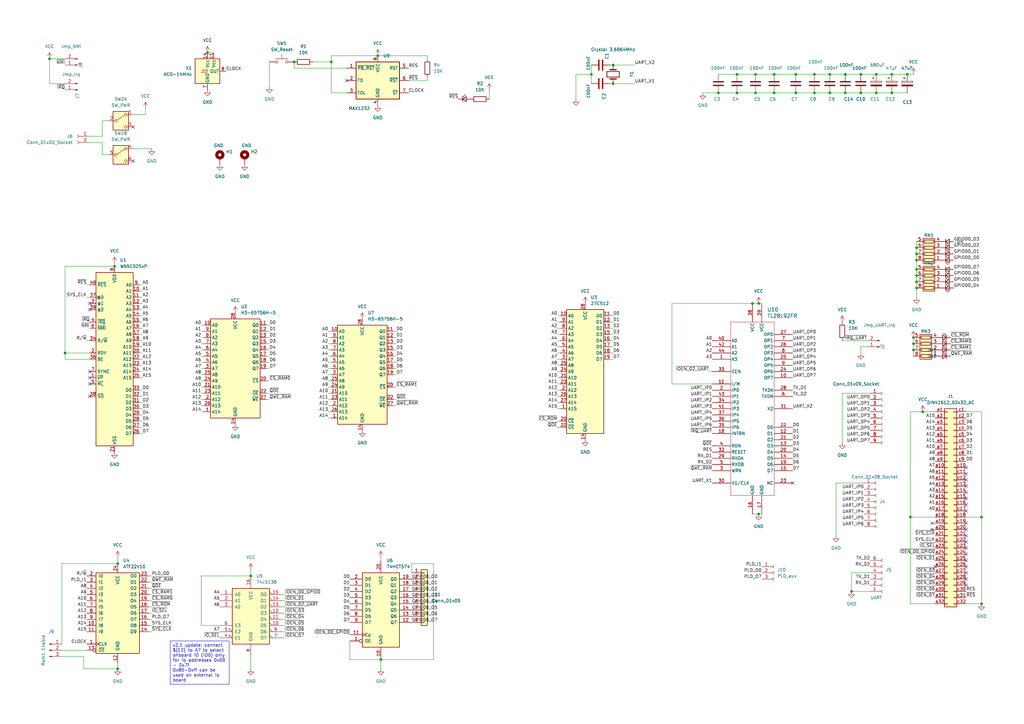
<source format=kicad_sch>
(kicad_sch (version 20230121) (generator eeschema)
  (paper "A3")
  (junction (at 375.92 104.14))
  (junction (at 373.38 212.09))
  (junction (at 326.39 38.1))
  (junction (at 85.09 21.59))
  (junction (at 309.88 30.48))
  (junction (at 48.26 274.32))
  (junction (at 334.01 30.48))
  (junction (at 375.92 110.49))
  (junction (at 340.36 38.1))
  (junction (at 135.89 25.4))
  (junction (at 326.39 30.48))
  (junction (at 302.26 38.1))
  (junction (at 346.71 38.1))
  (junction (at 120.65 25.4))
  (junction (at 374.65 143.51))
  (junction (at 317.5 30.48))
  (junction (at 353.06 30.48))
  (junction (at 365.76 30.48))
  (junction (at 251.46 34.29))
  (junction (at 365.76 38.1))
  (junction (at 156.21 270.51))
  (junction (at 402.59 212.09))
  (junction (at 378.46 168.91))
  (junction (at 375.92 106.68))
  (junction (at 359.41 38.1))
  (junction (at 340.36 30.48))
  (junction (at 311.15 124.46))
  (junction (at 309.88 38.1))
  (junction (at 302.26 30.48))
  (junction (at 374.65 138.43))
  (junction (at 334.01 38.1))
  (junction (at 154.94 22.86))
  (junction (at 375.92 115.57))
  (junction (at 311.15 210.82))
  (junction (at 402.59 247.65))
  (junction (at 317.5 38.1))
  (junction (at 375.92 101.6))
  (junction (at 294.64 38.1))
  (junction (at 20.32 24.13))
  (junction (at 374.65 140.97))
  (junction (at 46.99 109.22))
  (junction (at 346.71 30.48))
  (junction (at 48.26 231.14))
  (junction (at 242.57 30.48))
  (junction (at 102.87 236.22))
  (junction (at 359.41 30.48))
  (junction (at 353.06 38.1))
  (junction (at 375.92 113.03))
  (junction (at 26.67 144.78))
  (junction (at 372.11 30.48))
  (junction (at 251.46 26.67))
  (junction (at 349.25 242.57))
  (junction (at 375.92 118.11))
  (junction (at 308.61 124.46))
  (no_connect (at 396.24 217.17))
  (no_connect (at 396.24 222.25))
  (no_connect (at 396.24 201.93))
  (no_connect (at 325.12 198.12))
  (no_connect (at 382.27 217.17))
  (no_connect (at 36.83 152.4))
  (no_connect (at 396.24 194.31))
  (no_connect (at 396.24 234.95))
  (no_connect (at 396.24 229.87))
  (no_connect (at 382.27 214.63))
  (no_connect (at 396.24 199.39))
  (no_connect (at 36.83 124.46))
  (no_connect (at 36.83 154.94))
  (no_connect (at 383.54 232.41))
  (no_connect (at 36.83 162.56))
  (no_connect (at 396.24 219.71))
  (no_connect (at 396.24 196.85))
  (no_connect (at 396.24 209.55))
  (no_connect (at 54.61 66.04))
  (no_connect (at 396.24 232.41))
  (no_connect (at 396.24 214.63))
  (no_connect (at 54.61 52.07))
  (no_connect (at 396.24 240.03))
  (no_connect (at 396.24 191.77))
  (no_connect (at 36.83 157.48))
  (no_connect (at 396.24 207.01))
  (no_connect (at 36.83 127))
  (no_connect (at 396.24 224.79))
  (no_connect (at 396.24 237.49))
  (no_connect (at 396.24 204.47))
  (no_connect (at 396.24 227.33))
  (no_connect (at 142.24 33.02))
  (wire (pts (xy 135.89 22.86) (xy 154.94 22.86)))
  (wire (pts (xy 317.5 38.1) (xy 326.39 38.1)))
  (wire (pts (xy 110.49 135.89) (xy 109.22 135.89)))
  (wire (pts (xy 26.67 34.29) (xy 20.32 34.29)))
  (wire (pts (xy 342.9 219.71) (xy 342.9 198.12)))
  (wire (pts (xy 334.01 38.1) (xy 340.36 38.1)))
  (wire (pts (xy 228.6 167.64) (xy 229.87 167.64)))
  (wire (pts (xy 58.42 162.56) (xy 57.15 162.56)))
  (wire (pts (xy 260.35 34.29) (xy 251.46 34.29)))
  (wire (pts (xy 46.99 107.95) (xy 46.99 109.22)))
  (wire (pts (xy 275.59 157.48) (xy 275.59 124.46)))
  (wire (pts (xy 58.42 147.32) (xy 57.15 147.32)))
  (wire (pts (xy 82.55 163.83) (xy 83.82 163.83)))
  (wire (pts (xy 292.1 152.4) (xy 290.83 152.4)))
  (wire (pts (xy 134.62 135.89) (xy 135.89 135.89)))
  (wire (pts (xy 309.88 30.48) (xy 317.5 30.48)))
  (wire (pts (xy 116.84 256.54) (xy 115.57 256.54)))
  (wire (pts (xy 334.01 30.48) (xy 340.36 30.48)))
  (wire (pts (xy 110.49 133.35) (xy 109.22 133.35)))
  (wire (pts (xy 58.42 152.4) (xy 57.15 152.4)))
  (wire (pts (xy 340.36 38.1) (xy 346.71 38.1)))
  (wire (pts (xy 167.64 33.02) (xy 175.26 33.02)))
  (wire (pts (xy 302.26 30.48) (xy 309.88 30.48)))
  (wire (pts (xy 110.49 163.83) (xy 109.22 163.83)))
  (wire (pts (xy 228.6 152.4) (xy 229.87 152.4)))
  (wire (pts (xy 143.51 270.51) (xy 156.21 270.51)))
  (wire (pts (xy 82.55 146.05) (xy 83.82 146.05)))
  (wire (pts (xy 175.26 24.13) (xy 175.26 22.86)))
  (wire (pts (xy 154.94 22.86) (xy 175.26 22.86)))
  (wire (pts (xy 177.8 231.14) (xy 177.8 270.51)))
  (wire (pts (xy 58.42 160.02) (xy 57.15 160.02)))
  (wire (pts (xy 375.92 110.49) (xy 375.92 113.03)))
  (wire (pts (xy 58.42 144.78) (xy 57.15 144.78)))
  (wire (pts (xy 168.91 231.14) (xy 177.8 231.14)))
  (wire (pts (xy 156.21 228.6) (xy 156.21 229.87)))
  (wire (pts (xy 228.6 160.02) (xy 229.87 160.02)))
  (wire (pts (xy 311.15 210.82) (xy 312.42 210.82)))
  (wire (pts (xy 35.56 139.7) (xy 36.83 139.7)))
  (wire (pts (xy 135.89 22.86) (xy 135.89 25.4)))
  (wire (pts (xy 134.62 171.45) (xy 135.89 171.45)))
  (wire (pts (xy 359.41 38.1) (xy 365.76 38.1)))
  (wire (pts (xy 120.65 25.4) (xy 120.65 27.94)))
  (wire (pts (xy 82.55 236.22) (xy 102.87 236.22)))
  (wire (pts (xy 82.55 143.51) (xy 83.82 143.51)))
  (wire (pts (xy 116.84 246.38) (xy 115.57 246.38)))
  (wire (pts (xy 116.84 243.84) (xy 115.57 243.84)))
  (wire (pts (xy 228.6 137.16) (xy 229.87 137.16)))
  (wire (pts (xy 228.6 134.62) (xy 229.87 134.62)))
  (wire (pts (xy 373.38 212.09) (xy 373.38 247.65)))
  (wire (pts (xy 375.92 99.06) (xy 375.92 101.6)))
  (wire (pts (xy 251.46 142.24) (xy 250.19 142.24)))
  (wire (pts (xy 346.71 30.48) (xy 353.06 30.48)))
  (wire (pts (xy 162.56 158.75) (xy 161.29 158.75)))
  (wire (pts (xy 110.49 25.4) (xy 110.49 35.56)))
  (wire (pts (xy 134.62 166.37) (xy 135.89 166.37)))
  (wire (pts (xy 110.49 148.59) (xy 109.22 148.59)))
  (wire (pts (xy 58.42 142.24) (xy 57.15 142.24)))
  (wire (pts (xy 353.06 144.78) (xy 353.06 142.24)))
  (wire (pts (xy 110.49 161.29) (xy 109.22 161.29)))
  (wire (pts (xy 62.23 236.22) (xy 60.96 236.22)))
  (wire (pts (xy 82.55 148.59) (xy 83.82 148.59)))
  (wire (pts (xy 48.26 271.78) (xy 48.26 274.32)))
  (wire (pts (xy 82.55 133.35) (xy 83.82 133.35)))
  (wire (pts (xy 82.55 153.67) (xy 83.82 153.67)))
  (wire (pts (xy 177.8 270.51) (xy 156.21 270.51)))
  (wire (pts (xy 402.59 247.65) (xy 396.24 247.65)))
  (wire (pts (xy 110.49 156.21) (xy 109.22 156.21)))
  (wire (pts (xy 162.56 148.59) (xy 161.29 148.59)))
  (wire (pts (xy 251.46 134.62) (xy 250.19 134.62)))
  (wire (pts (xy 228.6 162.56) (xy 229.87 162.56)))
  (wire (pts (xy 228.6 157.48) (xy 229.87 157.48)))
  (wire (pts (xy 294.64 30.48) (xy 302.26 30.48)))
  (wire (pts (xy 25.4 264.16) (xy 25.4 231.14)))
  (wire (pts (xy 26.67 109.22) (xy 46.99 109.22)))
  (wire (pts (xy 162.56 143.51) (xy 161.29 143.51)))
  (wire (pts (xy 378.46 168.91) (xy 383.54 168.91)))
  (wire (pts (xy 110.49 138.43) (xy 109.22 138.43)))
  (wire (pts (xy 373.38 168.91) (xy 378.46 168.91)))
  (wire (pts (xy 62.23 251.46) (xy 60.96 251.46)))
  (wire (pts (xy 308.61 124.46) (xy 311.15 124.46)))
  (wire (pts (xy 128.27 25.4) (xy 135.89 25.4)))
  (wire (pts (xy 162.56 146.05) (xy 161.29 146.05)))
  (wire (pts (xy 345.44 139.7) (xy 355.6 139.7)))
  (wire (pts (xy 228.6 139.7) (xy 229.87 139.7)))
  (wire (pts (xy 110.49 140.97) (xy 109.22 140.97)))
  (wire (pts (xy 58.42 127) (xy 57.15 127)))
  (wire (pts (xy 134.62 138.43) (xy 135.89 138.43)))
  (wire (pts (xy 375.92 104.14) (xy 375.92 106.68)))
  (wire (pts (xy 62.23 254) (xy 60.96 254)))
  (wire (pts (xy 25.4 266.7) (xy 35.56 266.7)))
  (wire (pts (xy 82.55 138.43) (xy 83.82 138.43)))
  (wire (pts (xy 58.42 177.8) (xy 57.15 177.8)))
  (wire (pts (xy 26.67 144.78) (xy 26.67 147.32)))
  (wire (pts (xy 82.55 158.75) (xy 83.82 158.75)))
  (wire (pts (xy 228.6 144.78) (xy 229.87 144.78)))
  (wire (pts (xy 228.6 129.54) (xy 229.87 129.54)))
  (wire (pts (xy 375.92 118.11) (xy 375.92 121.92)))
  (wire (pts (xy 58.42 116.84) (xy 57.15 116.84)))
  (wire (pts (xy 116.84 261.62) (xy 115.57 261.62)))
  (wire (pts (xy 228.6 165.1) (xy 229.87 165.1)))
  (wire (pts (xy 110.49 151.13) (xy 109.22 151.13)))
  (wire (pts (xy 134.62 146.05) (xy 135.89 146.05)))
  (wire (pts (xy 85.09 21.59) (xy 87.63 21.59)))
  (wire (pts (xy 228.6 172.72) (xy 229.87 172.72)))
  (wire (pts (xy 134.62 156.21) (xy 135.89 156.21)))
  (wire (pts (xy 58.42 119.38) (xy 57.15 119.38)))
  (wire (pts (xy 41.91 49.53) (xy 44.45 49.53)))
  (wire (pts (xy 353.06 142.24) (xy 355.6 142.24)))
  (wire (pts (xy 359.41 30.48) (xy 365.76 30.48)))
  (wire (pts (xy 383.54 247.65) (xy 373.38 247.65)))
  (wire (pts (xy 58.42 175.26) (xy 57.15 175.26)))
  (wire (pts (xy 58.42 132.08) (xy 57.15 132.08)))
  (wire (pts (xy 251.46 137.16) (xy 250.19 137.16)))
  (wire (pts (xy 34.29 274.32) (xy 48.26 274.32)))
  (wire (pts (xy 134.62 148.59) (xy 135.89 148.59)))
  (wire (pts (xy 26.67 144.78) (xy 36.83 144.78)))
  (wire (pts (xy 110.49 143.51) (xy 109.22 143.51)))
  (wire (pts (xy 82.55 140.97) (xy 83.82 140.97)))
  (wire (pts (xy 302.26 38.1) (xy 309.88 38.1)))
  (wire (pts (xy 156.21 270.51) (xy 156.21 274.32)))
  (wire (pts (xy 90.17 256.54) (xy 82.55 256.54)))
  (wire (pts (xy 134.62 151.13) (xy 135.89 151.13)))
  (wire (pts (xy 251.46 34.29) (xy 250.19 34.29)))
  (wire (pts (xy 41.91 58.42) (xy 41.91 63.5)))
  (wire (pts (xy 260.35 26.67) (xy 251.46 26.67)))
  (wire (pts (xy 26.67 24.13) (xy 20.32 24.13)))
  (wire (pts (xy 36.83 55.88) (xy 41.91 55.88)))
  (wire (pts (xy 162.56 166.37) (xy 161.29 166.37)))
  (wire (pts (xy 346.71 38.1) (xy 353.06 38.1)))
  (wire (pts (xy 58.42 129.54) (xy 57.15 129.54)))
  (wire (pts (xy 375.92 115.57) (xy 375.92 118.11)))
  (wire (pts (xy 134.62 153.67) (xy 135.89 153.67)))
  (wire (pts (xy 62.23 243.84) (xy 60.96 243.84)))
  (wire (pts (xy 134.62 158.75) (xy 135.89 158.75)))
  (wire (pts (xy 236.22 30.48) (xy 242.57 30.48)))
  (wire (pts (xy 228.6 149.86) (xy 229.87 149.86)))
  (wire (pts (xy 228.6 154.94) (xy 229.87 154.94)))
  (wire (pts (xy 326.39 30.48) (xy 334.01 30.48)))
  (wire (pts (xy 345.44 181.61) (xy 345.44 161.29)))
  (wire (pts (xy 58.42 137.16) (xy 57.15 137.16)))
  (wire (pts (xy 58.42 139.7) (xy 57.15 139.7)))
  (wire (pts (xy 228.6 175.26) (xy 229.87 175.26)))
  (wire (pts (xy 375.92 106.68) (xy 375.92 110.49)))
  (wire (pts (xy 168.91 231.14) (xy 168.91 234.95)))
  (wire (pts (xy 116.84 248.92) (xy 115.57 248.92)))
  (wire (pts (xy 365.76 30.48) (xy 372.11 30.48)))
  (wire (pts (xy 345.44 161.29) (xy 356.87 161.29)))
  (wire (pts (xy 58.42 167.64) (xy 57.15 167.64)))
  (wire (pts (xy 228.6 147.32) (xy 229.87 147.32)))
  (wire (pts (xy 41.91 63.5) (xy 44.45 63.5)))
  (wire (pts (xy 251.46 147.32) (xy 250.19 147.32)))
  (wire (pts (xy 251.46 139.7) (xy 250.19 139.7)))
  (wire (pts (xy 228.6 132.08) (xy 229.87 132.08)))
  (wire (pts (xy 58.42 170.18) (xy 57.15 170.18)))
  (wire (pts (xy 82.55 156.21) (xy 83.82 156.21)))
  (wire (pts (xy 309.88 38.1) (xy 317.5 38.1)))
  (wire (pts (xy 116.84 251.46) (xy 115.57 251.46)))
  (wire (pts (xy 275.59 124.46) (xy 308.61 124.46)))
  (wire (pts (xy 242.57 30.48) (xy 242.57 34.29)))
  (wire (pts (xy 25.4 231.14) (xy 48.26 231.14)))
  (wire (pts (xy 102.87 269.24) (xy 102.87 274.32)))
  (wire (pts (xy 134.62 163.83) (xy 135.89 163.83)))
  (wire (pts (xy 34.29 269.24) (xy 34.29 274.32)))
  (wire (pts (xy 35.56 116.84) (xy 36.83 116.84)))
  (wire (pts (xy 251.46 129.54) (xy 250.19 129.54)))
  (wire (pts (xy 134.62 140.97) (xy 135.89 140.97)))
  (wire (pts (xy 365.76 38.1) (xy 372.11 38.1)))
  (wire (pts (xy 82.55 166.37) (xy 83.82 166.37)))
  (wire (pts (xy 162.56 140.97) (xy 161.29 140.97)))
  (wire (pts (xy 82.55 151.13) (xy 83.82 151.13)))
  (wire (pts (xy 62.23 259.08) (xy 60.96 259.08)))
  (wire (pts (xy 26.67 109.22) (xy 26.67 144.78)))
  (wire (pts (xy 349.25 242.57) (xy 356.87 242.57)))
  (wire (pts (xy 58.42 165.1) (xy 57.15 165.1)))
  (wire (pts (xy 317.5 30.48) (xy 326.39 30.48)))
  (wire (pts (xy 20.32 34.29) (xy 20.32 24.13)))
  (wire (pts (xy 294.64 38.1) (xy 302.26 38.1)))
  (wire (pts (xy 62.23 256.54) (xy 60.96 256.54)))
  (wire (pts (xy 82.55 135.89) (xy 83.82 135.89)))
  (wire (pts (xy 349.25 234.95) (xy 349.25 242.57)))
  (wire (pts (xy 353.06 38.1) (xy 359.41 38.1)))
  (wire (pts (xy 372.11 30.48) (xy 374.65 30.48)))
  (wire (pts (xy 59.69 46.99) (xy 54.61 46.99)))
  (wire (pts (xy 62.23 246.38) (xy 60.96 246.38)))
  (wire (pts (xy 242.57 26.67) (xy 242.57 30.48)))
  (wire (pts (xy 58.42 124.46) (xy 57.15 124.46)))
  (wire (pts (xy 402.59 168.91) (xy 402.59 212.09)))
  (wire (pts (xy 82.55 256.54) (xy 82.55 236.22)))
  (wire (pts (xy 200.66 36.83) (xy 200.66 40.64)))
  (wire (pts (xy 292.1 157.48) (xy 275.59 157.48)))
  (wire (pts (xy 36.83 147.32) (xy 26.67 147.32)))
  (wire (pts (xy 62.23 241.3) (xy 60.96 241.3)))
  (wire (pts (xy 116.84 259.08) (xy 115.57 259.08)))
  (wire (pts (xy 58.42 149.86) (xy 57.15 149.86)))
  (wire (pts (xy 342.9 198.12) (xy 354.33 198.12)))
  (wire (pts (xy 142.24 38.1) (xy 135.89 38.1)))
  (wire (pts (xy 25.4 269.24) (xy 34.29 269.24)))
  (wire (pts (xy 41.91 55.88) (xy 41.91 49.53)))
  (wire (pts (xy 311.15 124.46) (xy 312.42 124.46)))
  (wire (pts (xy 308.61 210.82) (xy 311.15 210.82)))
  (wire (pts (xy 374.65 138.43) (xy 374.65 140.97)))
  (wire (pts (xy 35.56 121.92) (xy 36.83 121.92)))
  (wire (pts (xy 382.27 217.17) (xy 383.54 217.17)))
  (wire (pts (xy 162.56 151.13) (xy 161.29 151.13)))
  (wire (pts (xy 375.92 113.03) (xy 375.92 115.57)))
  (wire (pts (xy 353.06 30.48) (xy 359.41 30.48)))
  (wire (pts (xy 62.23 248.92) (xy 60.96 248.92)))
  (wire (pts (xy 374.65 143.51) (xy 374.65 146.05)))
  (wire (pts (xy 135.89 38.1) (xy 135.89 25.4)))
  (wire (pts (xy 374.65 140.97) (xy 374.65 143.51)))
  (wire (pts (xy 102.87 233.68) (xy 102.87 236.22)))
  (wire (pts (xy 59.69 46.99) (xy 59.69 44.45)))
  (wire (pts (xy 58.42 134.62) (xy 57.15 134.62)))
  (wire (pts (xy 162.56 153.67) (xy 161.29 153.67)))
  (wire (pts (xy 120.65 27.94) (xy 142.24 27.94)))
  (wire (pts (xy 62.23 238.76) (xy 60.96 238.76)))
  (wire (pts (xy 326.39 38.1) (xy 334.01 38.1)))
  (wire (pts (xy 110.49 146.05) (xy 109.22 146.05)))
  (wire (pts (xy 402.59 212.09) (xy 402.59 247.65)))
  (wire (pts (xy 48.26 228.6) (xy 48.26 231.14)))
  (wire (pts (xy 82.55 161.29) (xy 83.82 161.29)))
  (wire (pts (xy 396.24 168.91) (xy 402.59 168.91)))
  (wire (pts (xy 236.22 30.48) (xy 236.22 40.64)))
  (wire (pts (xy 396.24 212.09) (xy 402.59 212.09)))
  (wire (pts (xy 356.87 234.95) (xy 349.25 234.95)))
  (wire (pts (xy 251.46 132.08) (xy 250.19 132.08)))
  (wire (pts (xy 288.29 38.1) (xy 294.64 38.1)))
  (wire (pts (xy 175.26 33.02) (xy 175.26 31.75)))
  (wire (pts (xy 58.42 154.94) (xy 57.15 154.94)))
  (wire (pts (xy 373.38 168.91) (xy 373.38 212.09)))
  (wire (pts (xy 116.84 254) (xy 115.57 254)))
  (wire (pts (xy 82.55 168.91) (xy 83.82 168.91)))
  (wire (pts (xy 58.42 121.92) (xy 57.15 121.92)))
  (wire (pts (xy 251.46 26.67) (xy 250.19 26.67)))
  (wire (pts (xy 58.42 172.72) (xy 57.15 172.72)))
  (wire (pts (xy 373.38 212.09) (xy 383.54 212.09)))
  (wire (pts (xy 134.62 143.51) (xy 135.89 143.51)))
  (wire (pts (xy 36.83 58.42) (xy 41.91 58.42)))
  (wire (pts (xy 134.62 168.91) (xy 135.89 168.91)))
  (wire (pts (xy 340.36 30.48) (xy 346.71 30.48)))
  (wire (pts (xy 143.51 262.89) (xy 143.51 270.51)))
  (wire (pts (xy 134.62 161.29) (xy 135.89 161.29)))
  (wire (pts (xy 382.27 214.63) (xy 383.54 214.63)))
  (wire (pts (xy 228.6 142.24) (xy 229.87 142.24)))
  (wire (pts (xy 375.92 101.6) (xy 375.92 104.14)))
  (wire (pts (xy 162.56 135.89) (xy 161.29 135.89)))
  (wire (pts (xy 251.46 144.78) (xy 250.19 144.78)))
  (wire (pts (xy 162.56 138.43) (xy 161.29 138.43)))
  (wire (pts (xy 54.61 60.96) (xy 62.23 60.96)))
  (wire (pts (xy 162.56 163.83) (xy 161.29 163.83)))
  (text_box "v2.1 update: connect ${E2} to A7 to select onboard IO (IO0) only for io addresses 0x00 - 0x7f\n0x80-0xff can be used on external io board" (at 69.85 262.89 0) (size 24.13 17.78) (effects (font (size 1.27 1.27)) (justify left top)))
  (label "D2" (at 162.56 140.97 0))
  (label "D5" (at 162.56 148.59 0))
  (label "D0" (at 162.56 135.89 0))
  (label "UART_IP5" (at 292.1 172.72 180))
  (label "UART_IP3" (at 354.33 208.28 180))
  (label "D0" (at 325.12 175.26 0))
  (label "D4" (at 162.56 146.05 0))
  (label "SYS_CLK" (at 383.54 222.25 180))
  (label "~{IRQ}" (at 36.83 132.08 180))
  (label "RES" (at 167.64 27.94 0))
  (label "A7" (at 58.42 134.62 0))
  (label "D1" (at 110.49 135.89 0))
  (label "A9" (at 35.56 243.84 180))
  (label "A9" (at 383.54 186.69 180))
  (label "A10" (at 58.42 142.24 0))
  (label "GPIO00_O6" (at 391.16 113.03 0))
  (label "D2" (at 325.12 180.34 0))
  (label "GPIO00_O5" (at 391.16 115.57 0))
  (label "D5" (at 110.49 146.05 0))
  (label "D0" (at 396.24 189.23 0))
  (label "UART_OP5" (at 325.12 149.86 0))
  (label "A14" (at 35.56 256.54 180))
  (label "TX_D2" (at 356.87 229.87 180))
  (label "A10" (at 35.56 246.38 180))
  (label "~{RES}" (at 396.24 245.11 0))
  (label "UART_IP4" (at 292.1 170.18 180))
  (label "RX_D2" (at 356.87 232.41 180))
  (label "~{QOE}" (at 162.56 163.83 0))
  (label "A10" (at 383.54 184.15 180))
  (label "A12" (at 228.6 160.02 180))
  (label "PLD_O0" (at 312.42 234.95 180))
  (label "A13" (at 383.54 176.53 180))
  (label "~{IOEN_03}" (at 383.54 234.95 180))
  (label "A13" (at 228.6 162.56 180))
  (label "GPIO00_O7" (at 168.91 255.27 0))
  (label "A9" (at 82.55 156.21 180))
  (label "A5" (at 383.54 196.85 180))
  (label "D1" (at 58.42 162.56 0))
  (label "A14" (at 134.62 171.45 180))
  (label "UART_IP0" (at 292.1 160.02 180))
  (label "A6" (at 82.55 148.59 180))
  (label "~{IO_SEL}" (at 62.23 251.46 0))
  (label "UART_IP1" (at 292.1 162.56 180))
  (label "A3" (at 228.6 137.16 180))
  (label "GPIO00_O1" (at 391.16 104.14 0))
  (label "A10" (at 82.55 158.75 180))
  (label "D4" (at 58.42 170.18 0))
  (label "UART_IP2" (at 292.1 165.1 180))
  (label "A5" (at 90.17 246.38 180))
  (label "UART_X2" (at 325.12 167.64 0))
  (label "~{QOE}" (at 62.23 241.3 0))
  (label "~{CS_ROM}" (at 389.89 138.43 0))
  (label "UART_IP2" (at 354.33 205.74 180))
  (label "D6" (at 396.24 173.99 0))
  (label "D3" (at 58.42 167.64 0))
  (label "GPIO00_O5" (at 168.91 250.19 0))
  (label "~{CS_RAM1}" (at 389.89 143.51 0))
  (label "D4" (at 251.46 139.7 0))
  (label "GPIO00_O1" (at 168.91 240.03 0))
  (label "UART_X2" (at 260.35 26.67 0))
  (label "UART_OP4" (at 325.12 147.32 0))
  (label "A0" (at 134.62 135.89 180))
  (label "RES" (at 396.24 242.57 0))
  (label "A0" (at 82.55 133.35 180))
  (label "A9" (at 228.6 152.4 180))
  (label "UART_OP6" (at 356.87 179.07 180))
  (label "A13" (at 134.62 168.91 180))
  (label "UART_IP1" (at 354.33 203.2 180))
  (label "A1" (at 292.1 142.24 180))
  (label "A10" (at 228.6 154.94 180))
  (label "~{IOEN_01}" (at 383.54 229.87 180))
  (label "UART_OP0" (at 356.87 163.83 180))
  (label "D4" (at 325.12 185.42 0))
  (label "A1" (at 58.42 119.38 0))
  (label "R{slash}~{W}" (at 35.56 236.22 180))
  (label "D0" (at 251.46 129.54 0))
  (label "~{IRQ_UART}" (at 355.6 139.7 180))
  (label "RX_D2" (at 292.1 190.5 180))
  (label "D5" (at 396.24 176.53 0))
  (label "A2" (at 228.6 134.62 180))
  (label "~{IOEN_05}" (at 383.54 240.03 180))
  (label "A2" (at 383.54 204.47 180))
  (label "A11" (at 35.56 248.92 180))
  (label "PLD_I1" (at 35.56 238.76 180))
  (label "UART_IP6" (at 354.33 215.9 180))
  (label "CLOCK" (at 92.71 29.21 0))
  (label "UART_OP1" (at 356.87 166.37 180))
  (label "A1" (at 228.6 132.08 180))
  (label "~{CS_RAM0}" (at 62.23 246.38 0))
  (label "UART_IP4" (at 354.33 210.82 180))
  (label "A11" (at 134.62 163.83 180))
  (label "D7" (at 110.49 151.13 0))
  (label "~{IOEN_07}" (at 383.54 245.11 180))
  (label "~{QWE_RAM}" (at 110.49 163.83 0))
  (label "~{IOEN_03}" (at 116.84 251.46 0))
  (label "UART_OP7" (at 325.12 154.94 0))
  (label "A3" (at 134.62 143.51 180))
  (label "A7" (at 134.62 153.67 180))
  (label "~{QWE_RAM}" (at 62.23 238.76 0))
  (label "~{IOEN_01}" (at 116.84 246.38 0))
  (label "~{RES}" (at 35.56 116.84 180))
  (label "UART_IP0" (at 354.33 200.66 180))
  (label "A2" (at 292.1 144.78 180))
  (label "~{CS_RAM1}" (at 62.23 243.84 0))
  (label "A14" (at 228.6 165.1 180))
  (label "UART_OP4" (at 356.87 173.99 180))
  (label "SYS_CLK" (at 62.23 256.54 0))
  (label "D6" (at 325.12 190.5 0))
  (label "UART_OP1" (at 325.12 139.7 0))
  (label "~{IOEN_04}" (at 116.84 254 0))
  (label "UART_X1" (at 260.35 34.29 0))
  (label "RX_D1" (at 292.1 187.96 180))
  (label "TX_D1" (at 356.87 237.49 180))
  (label "TX_D2" (at 325.12 162.56 0))
  (label "D6" (at 110.49 148.59 0))
  (label "D3" (at 251.46 137.16 0))
  (label "D1" (at 251.46 132.08 0))
  (label "~{CS_RAM0}" (at 110.49 156.21 0))
  (label "A9" (at 58.42 139.7 0))
  (label "A8" (at 58.42 137.16 0))
  (label "~{IOEN_00_GPIO0}" (at 143.51 260.35 180))
  (label "D7" (at 396.24 171.45 0))
  (label "A0" (at 292.1 139.7 180))
  (label "UART_IP6" (at 292.1 175.26 180))
  (label "D7" (at 251.46 147.32 0))
  (label "SYS_CLK" (at 35.56 121.92 180))
  (label "D5" (at 251.46 142.24 0))
  (label "UART_IP5" (at 354.33 213.36 180))
  (label "CLOCK" (at 35.56 264.16 180))
  (label "D3" (at 110.49 140.97 0))
  (label "D5" (at 58.42 172.72 0))
  (label "~{QWE_RAM}" (at 292.1 193.04 180))
  (label "A3" (at 58.42 124.46 0))
  (label "A2" (at 82.55 138.43 180))
  (label "A3" (at 292.1 147.32 180))
  (label "GPIO00_O3" (at 391.16 99.06 0))
  (label "D7" (at 143.51 255.27 180))
  (label "A11" (at 82.55 161.29 180))
  (label "~{QOE}" (at 110.49 161.29 0))
  (label "PLD_I1" (at 312.42 232.41 180))
  (label "A1" (at 383.54 207.01 180))
  (label "A9" (at 134.62 158.75 180))
  (label "A8" (at 35.56 241.3 180))
  (label "~{IOEN_06}" (at 383.54 242.57 180))
  (label "A14" (at 82.55 168.91 180))
  (label "~{IOEN_02_UART}" (at 116.84 248.92 0))
  (label "~{IOEN_06}" (at 116.84 259.08 0))
  (label "A3" (at 383.54 201.93 180))
  (label "A15" (at 228.6 167.64 180))
  (label "A1" (at 134.62 138.43 180))
  (label "GPIO00_O0" (at 168.91 237.49 0))
  (label "A11" (at 383.54 181.61 180))
  (label "A6" (at 58.42 132.08 0))
  (label "UART_OP2" (at 356.87 168.91 180))
  (label "PLD_O0" (at 62.23 236.22 0))
  (label "UART_OP3" (at 356.87 171.45 180))
  (label "A5" (at 82.55 146.05 180))
  (label "GPIO00_O4" (at 168.91 247.65 0))
  (label "D6" (at 143.51 252.73 180))
  (label "A0" (at 383.54 209.55 180))
  (label "PLD_O7" (at 312.42 237.49 180))
  (label "A6" (at 134.62 151.13 180))
  (label "RES" (at 292.1 185.42 180))
  (label "A4" (at 82.55 143.51 180))
  (label "~{IOEN_00_GPIO0}" (at 383.54 227.33 180))
  (label "A6" (at 90.17 248.92 180))
  (label "A13" (at 58.42 149.86 0))
  (label "~{IOEN_00_GPIO0}" (at 116.84 243.84 0))
  (label "D0" (at 58.42 160.02 0))
  (label "A13" (at 82.55 166.37 180))
  (label "A0" (at 58.42 116.84 0))
  (label "UART_OP3" (at 325.12 144.78 0))
  (label "A15" (at 58.42 154.94 0))
  (label "A4" (at 90.17 243.84 180))
  (label "~{QWE_RAM}" (at 389.89 146.05 0))
  (label "GPIO00_O7" (at 391.16 110.49 0))
  (label "A6" (at 228.6 144.78 180))
  (label "D4" (at 110.49 143.51 0))
  (label "A4" (at 58.42 127 0))
  (label "A6" (at 383.54 194.31 180))
  (label "A15" (at 35.56 259.08 180))
  (label "GPIO00_O4" (at 391.16 118.11 0))
  (label "~{SYS_CLK}" (at 62.23 259.08 0))
  (label "D2" (at 396.24 184.15 0))
  (label "A5" (at 134.62 148.59 180))
  (label "D4" (at 396.24 179.07 0))
  (label "A12" (at 35.56 251.46 180))
  (label "~{IOEN_05}" (at 116.84 256.54 0))
  (label "~{IRQ}" (at 26.67 36.83 180))
  (label "GPIO00_O3" (at 168.91 245.11 0))
  (label "PLD_O7" (at 62.23 254 0))
  (label "A2" (at 134.62 140.97 180))
  (label "A10" (at 134.62 161.29 180))
  (label "GPIO00_O6" (at 168.91 252.73 0))
  (label "~{NMI}" (at 36.83 134.62 180))
  (label "D1" (at 143.51 240.03 180))
  (label "UART_OP6" (at 325.12 152.4 0))
  (label "A13" (at 35.56 254 180))
  (label "A12" (at 383.54 179.07 180))
  (label "GPIO00_O2" (at 168.91 242.57 0))
  (label "GPIO00_O2" (at 391.16 101.6 0))
  (label "A4" (at 134.62 146.05 180))
  (label "A4" (at 228.6 139.7 180))
  (label "D3" (at 325.12 182.88 0))
  (label "D1" (at 396.24 186.69 0))
  (label "CLOCK" (at 167.64 38.1 0))
  (label "A3" (at 82.55 140.97 180))
  (label "A1" (at 82.55 135.89 180))
  (label "~{RES}" (at 187.96 40.64 180))
  (label "UART_X1" (at 292.1 198.12 180))
  (label "UART_OP7" (at 356.87 181.61 180))
  (label "D3" (at 162.56 143.51 0))
  (label "A11" (at 58.42 144.78 0))
  (label "~{QWE_RAM}" (at 162.56 166.37 0))
  (label "D3" (at 396.24 181.61 0))
  (label "A12" (at 82.55 163.83 180))
  (label "A12" (at 134.62 166.37 180))
  (label "D2" (at 251.46 134.62 0))
  (label "~{CS_ROM}" (at 62.23 248.92 0))
  (label "UART_OP2" (at 325.12 142.24 0))
  (label "D1" (at 162.56 138.43 0))
  (label "A11" (at 228.6 157.48 180))
  (label "A7" (at 383.54 191.77 180))
  (label "A5" (at 58.42 129.54 0))
  (label "D2" (at 110.49 138.43 0))
  (label "~{CS_RAM0}" (at 389.89 140.97 0))
  (label "~{IOEN_02_UART}" (at 290.83 152.4 180))
  (label "A4" (at 383.54 199.39 180))
  (label "D6" (at 162.56 151.13 0))
  (label "D2" (at 58.42 165.1 0))
  (label "~{IOEN_07}" (at 116.84 261.62 0))
  (label "D0" (at 110.49 133.35 0))
  (label "D2" (at 143.51 242.57 180))
  (label "D7" (at 162.56 153.67 0))
  (label "GPIO00_O0" (at 391.16 106.68 0))
  (label "~{QOE}" (at 228.6 175.26 180))
  (label "D7" (at 58.42 177.8 0))
  (label "A7" (at 228.6 147.32 180))
  (label "~{IRQ_UART}" (at 292.1 177.8 180))
  (label "RX_D1" (at 356.87 240.03 180))
  (label "D1" (at 325.12 177.8 0))
  (label "D4" (at 143.51 247.65 180))
  (label "A2" (at 58.42 121.92 0))
  (label "A7" (at 90.17 259.08 180))
  (label "A8" (at 82.55 153.67 180))
  (label "~{RES}" (at 167.64 33.02 0))
  (label "D5" (at 325.12 187.96 0))
  (label "A12" (at 58.42 147.32 0))
  (label "UART_IP3" (at 292.1 167.64 180))
  (label "~{CS_ROM}" (at 228.6 172.72 180))
  (label "A8" (at 134.62 156.21 180))
  (label "D5" (at 143.51 250.19 180))
  (label "TX_D1" (at 325.12 160.02 0))
  (label "~{NMI}" (at 26.67 26.67 180))
  (label "D6" (at 58.42 175.26 0))
  (label "A8" (at 383.54 189.23 180))
  (label "A5" (at 228.6 142.24 180))
  (label "A8" (at 228.6 149.86 180))
  (label "~{SYS_CLK}" (at 383.54 219.71 180))
  (label "D0" (at 143.51 237.49 180))
  (label "~{QOE}" (at 292.1 182.88 180))
  (label "UART_OP5" (at 356.87 176.53 180))
  (label "A0" (at 228.6 129.54 180))
  (label "D7" (at 325.12 193.04 0))
  (label "~{IO_SEL}" (at 90.17 261.62 180))
  (label "UART_OP0" (at 325.12 137.16 0))
  (label "A14" (at 383.54 173.99 180))
  (label "~{IO_SEL}" (at 383.54 224.79 180))
  (label "A14" (at 58.42 152.4 0))
  (label "~{CS_RAM1}" (at 162.56 158.75 0))
  (label "D3" (at 143.51 245.11 180))
  (label "D6" (at 251.46 144.78 0))
  (label "A7" (at 82.55 151.13 180))
  (label "~{IOEN_04}" (at 383.54 237.49 180))
  (label "A15" (at 383.54 171.45 180))
  (label "R{slash}~{W}" (at 35.56 139.7 180))
  (symbol (lib_id "Connector:Conn_01x02_Pin") (at 31.75 36.83 180) (unit 1)
    (property "Reference" "J7" (at 31.75 39.37 90))
    (property "Value" "Jmp_Irq" (at 29.21 30.48 0))
    (property "Footprint" "Connector_PinHeader_2.54mm:PinHeader_1x02_P2.54mm_Vertical" (effects hide))
  )
  (symbol (lib_id "Device:C") (at 340.36 34.29 0) (unit 1)
    (property "Reference" "C9" (at 339.725 40.64 0) (effects (justify left)))
    (property "Value" "100nF" (at 337.82 27.94 0) (effects (justify left)))
    (property "Footprint" "Capacitor_SMD:C_0805_2012Metric_Pad1.18x1.45mm_HandSolder" (effects hide))
  )
  (symbol (lib_id "Device:R") (at 196.85 40.64 90) (unit 1)
    (property "Reference" "R2" (at 196.85 34.29 90))
    (property "Value" "10K" (at 196.85 36.83 90))
    (property "Footprint" "Resistor_SMD:R_0805_2012Metric_Pad1.20x1.40mm_HandSolder" (effects hide))
  )
  (symbol (lib_id "power:GND") (at 349.25 242.57 0) (mirror y) (unit 1)
    (property "Reference" "#PWR029" (effects hide))
    (property "Value" "GND" (at 349.25 247.65 0))
  )
  (symbol (lib_id "65xx:W65C02SxP") (at 46.99 147.32 0) (unit 1)
    (property "Reference" "U1" (at 49.1841 106.68 0) (effects (justify left)))
    (property "Value" "W65C02SxP" (at 49.1841 109.22 0) (effects (justify left)))
    (property "Footprint" "Package_DIP:DIP-40_W15.24mm_Socket" (effects hide))
    (property "Datasheet" "http://www.westerndesigncenter.com/wdc/documentation/w65c02s.pdf" (effects hide))
  )
  (symbol (lib_id "Device:LED_Small") (at 388.62 110.49 0) (mirror x) (unit 1)
    (property "Reference" "D8" (effects hide))
    (property "Value" "LED_Small" (effects hide))
    (property "Footprint" "LED_SMD:LED_0805_2012Metric_Pad1.15x1.40mm_HandSolder" (effects hide))
  )
  (symbol (lib_id "power:VCC") (at 85.09 21.59 0) (unit 1)
    (property "Reference" "#PWR022" (effects hide))
    (property "Value" "VCC" (at 85.09 16.51 0))
  )
  (symbol (lib_id "power:GND") (at 96.52 173.99 0) (unit 1)
    (property "Reference" "#PWR08" (effects hide))
    (property "Value" "GND" (at 96.52 179.07 0))
  )
  (symbol (lib_id "Device:C") (at 346.71 34.29 0) (unit 1)
    (property "Reference" "C14" (at 346.075 40.64 0) (effects (justify left)))
    (property "Value" "100nF" (at 344.17 26.67 0) (effects (justify left)))
    (property "Footprint" "Capacitor_SMD:C_0805_2012Metric_Pad1.18x1.45mm_HandSolder" (effects hide))
  )
  (symbol (lib_id "Connector_Generic:Conn_01x09") (at 173.99 245.11 0) (unit 1)
    (property "Reference" "J11" (at 177.165 243.84 0) (effects (justify left)))
    (property "Value" "Conn_01x09" (at 177.165 246.38 0) (effects (justify left)))
    (property "Footprint" "Connector_PinSocket_2.54mm:PinSocket_1x09_P2.54mm_Vertical" (effects hide))
  )
  (symbol (lib_id "power:GND") (at 375.92 121.92 0) (unit 1)
    (property "Reference" "#PWR035" (effects hide))
    (property "Value" "GND" (at 375.92 127 0))
  )
  (symbol (lib_id "power:GND") (at 62.23 60.96 0) (unit 1)
    (property "Reference" "#PWR031" (effects hide))
    (property "Value" "GND" (at 62.23 66.04 0))
  )
  (symbol (lib_id "Device:C") (at 309.88 34.29 0) (unit 1)
    (property "Reference" "C5" (at 309.245 40.64 0) (effects (justify left)))
    (property "Value" "100nF" (at 307.34 27.94 0) (effects (justify left)))
    (property "Footprint" "Capacitor_SMD:C_0805_2012Metric_Pad1.18x1.45mm_HandSolder" (effects hide))
  )
  (symbol (lib_id "power:VCC") (at 374.65 138.43 0) (unit 1)
    (property "Reference" "#PWR036" (effects hide))
    (property "Value" "VCC" (at 374.65 133.35 0))
  )
  (symbol (lib_id "Device:R") (at 345.44 135.89 180) (unit 1)
    (property "Reference" "R3" (at 347.98 132.08 0) (effects (justify right)))
    (property "Value" "10K" (at 347.98 134.62 0) (effects (justify right)))
    (property "Footprint" "Resistor_SMD:R_0805_2012Metric_Pad1.20x1.40mm_HandSolder" (effects hide))
  )
  (symbol (lib_id "Memory_RAM:HM62256BLP") (at 148.59 153.67 0) (unit 1)
    (property "Reference" "U7" (at 150.7841 128.27 0) (effects (justify left)))
    (property "Value" "H3-65756H-5" (at 150.7841 130.81 0) (effects (justify left)))
    (property "Footprint" "Package_DIP:DIP-28_W7.62mm_Socket" (effects hide))
    (property "Datasheet" "https://web.mit.edu/6.115/www/document/62256.pdf" (effects hide))
  )
  (symbol (lib_id "Connector:Conn_01x08_Socket") (at 359.41 205.74 0) (unit 1)
    (property "Reference" "J4" (at 360.68 205.74 0) (effects (justify left)))
    (property "Value" "Conn_01x08_Socket" (at 349.25 195.58 0) (effects (justify left)))
    (property "Footprint" "Connector_PinSocket_2.54mm:PinSocket_1x08_P2.54mm_Vertical" (effects hide))
  )
  (symbol (lib_id "power:GND") (at 110.49 35.56 0) (unit 1)
    (property "Reference" "#PWR020" (effects hide))
    (property "Value" "GND" (at 110.49 40.64 0))
  )
  (symbol (lib_id "power:VCC") (at 20.32 24.13 0) (unit 1)
    (property "Reference" "#PWR030" (effects hide))
    (property "Value" "VCC" (at 20.32 19.05 0))
  )
  (symbol (lib_id "Device:LED_Small") (at 388.62 101.6 0) (mirror x) (unit 1)
    (property "Reference" "D3" (effects hide))
    (property "Value" "LED_Small" (effects hide))
    (property "Footprint" "LED_SMD:LED_0805_2012Metric_Pad1.15x1.40mm_HandSolder" (effects hide))
  )
  (symbol (lib_id "power:GND") (at 240.03 180.34 0) (unit 1)
    (property "Reference" "#PWR09" (effects hide))
    (property "Value" "GND" (at 240.03 185.42 0))
  )
  (symbol (lib_id "power:GND") (at 46.99 185.42 0) (unit 1)
    (property "Reference" "#PWR07" (effects hide))
    (property "Value" "GND" (at 46.99 190.5 0))
  )
  (symbol (lib_id "65xx:osci-14or8") (at 85.09 29.21 0) (unit 1)
    (property "Reference" "X1" (at 78.74 27.94 0) (effects (justify right)))
    (property "Value" "ACO-14MHz" (at 78.74 30.48 0) (effects (justify right)))
    (property "Footprint" "Package_DIP:DIP-14_W7.62mm" (effects hide))
    (property "Datasheet" "http://www.conwin.com/datasheets/cx/cx030.pdf" (effects hide))
  )
  (symbol (lib_id "power:VCC") (at 154.94 22.86 0) (unit 1)
    (property "Reference" "#PWR018" (effects hide))
    (property "Value" "VCC" (at 154.94 17.78 0))
  )
  (symbol (lib_id "Device:C") (at 334.01 34.29 0) (unit 1)
    (property "Reference" "C8" (at 332.105 40.64 0) (effects (justify left)))
    (property "Value" "100nF" (at 331.47 25.4 0) (effects (justify left)))
    (property "Footprint" "Capacitor_SMD:C_0805_2012Metric_Pad1.18x1.45mm_HandSolder" (effects hide))
  )
  (symbol (lib_id "power:VCC") (at 48.26 228.6 0) (unit 1)
    (property "Reference" "#PWR04" (effects hide))
    (property "Value" "VCC" (at 48.26 223.52 0))
  )
  (symbol (lib_id "Device:Crystal") (at 251.46 30.48 90) (unit 1)
    (property "Reference" "Y1" (at 259.08 30.48 0))
    (property "Value" "Crystal 3.6864MHz" (at 251.46 20.32 90))
    (property "Footprint" "Crystal:Crystal_HC49-4H_Vertical" (effects hide))
  )
  (symbol (lib_id "Connector:Conn_01x02_Pin") (at 31.75 26.67 180) (unit 1)
    (property "Reference" "J8" (at 33.02 26.67 90))
    (property "Value" "Jmp_NMI" (at 29.21 19.05 0))
    (property "Footprint" "Connector_PinHeader_2.54mm:PinHeader_1x02_P2.54mm_Vertical" (effects hide))
  )
  (symbol (lib_id "Memory_EPROM:27C512") (at 240.03 152.4 0) (unit 1)
    (property "Reference" "U3" (at 242.2241 121.92 0) (effects (justify left)))
    (property "Value" "27C512" (at 242.2241 124.46 0) (effects (justify left)))
    (property "Footprint" "Package_DIP:DIP-28_W15.24mm_Socket" (effects hide))
    (property "Datasheet" "http://ww1.microchip.com/downloads/en/DeviceDoc/doc0015.pdf" (effects hide))
  )
  (symbol (lib_id "Device:LED_Small") (at 388.62 99.06 0) (mirror x) (unit 1)
    (property "Reference" "D4" (at 393.7 99.06 0))
    (property "Value" "LED_Small" (effects hide))
    (property "Footprint" "LED_SMD:LED_0805_2012Metric_Pad1.15x1.40mm_HandSolder" (effects hide))
  )
  (symbol (lib_id "Connector:Conn_01x02_Pin") (at 360.68 142.24 180) (unit 1)
    (property "Reference" "J2" (at 361.95 142.24 90))
    (property "Value" "Jmp_UART_Irq" (at 360.68 133.35 0))
    (property "Footprint" "Connector_PinSocket_2.54mm:PinSocket_1x02_P2.54mm_Vertical" (effects hide))
  )
  (symbol (lib_id "Device:C") (at 294.64 34.29 0) (unit 1)
    (property "Reference" "C3" (at 292.735 40.64 0) (effects (justify left)))
    (property "Value" "100nF" (at 291.465 27.94 0) (effects (justify left)))
    (property "Footprint" "Capacitor_SMD:C_0805_2012Metric_Pad1.18x1.45mm_HandSolder" (effects hide))
  )
  (symbol (lib_id "Device:C") (at 353.06 34.29 0) (unit 1)
    (property "Reference" "C10" (at 354.965 40.64 0) (effects (justify right)))
    (property "Value" "100nF" (at 355.6 27.94 0) (effects (justify right)))
    (property "Footprint" "Capacitor_SMD:C_0805_2012Metric_Pad1.18x1.45mm_HandSolder" (effects hide))
  )
  (symbol (lib_id "Device:LED_Small") (at 387.35 138.43 0) (mirror y) (unit 1)
    (property "Reference" "D9" (effects hide))
    (property "Value" "LED_Small" (effects hide))
    (property "Footprint" "LED_SMD:LED_0805_2012Metric_Pad1.15x1.40mm_HandSolder" (effects hide))
  )
  (symbol (lib_id "power:VCC") (at 345.44 132.08 0) (unit 1)
    (property "Reference" "#PWR028" (effects hide))
    (property "Value" "VCC" (at 345.44 127 0))
  )
  (symbol (lib_id "74xx:74LS138") (at 102.87 251.46 0) (unit 1)
    (property "Reference" "U5" (at 105.0641 236.22 0) (effects (justify left)))
    (property "Value" "74LS138" (at 105.0641 238.76 0) (effects (justify left)))
    (property "Footprint" "Package_DIP:DIP-16_W7.62mm_Socket" (effects hide))
    (property "Datasheet" "http://www.ti.com/lit/gpn/sn74LS138" (effects hide))
  )
  (symbol (lib_id "Device:R_Pack04") (at 381 113.03 90) (unit 1)
    (property "Reference" "RN2" (at 381 107.95 90))
    (property "Value" "R_Pack04" (effects hide))
    (property "Footprint" "Resistor_SMD:R_Array_Convex_4x0612" (effects hide))
  )
  (symbol (lib_id "power:GND") (at 342.9 219.71 0) (unit 1)
    (property "Reference" "#PWR016" (effects hide))
    (property "Value" "GND" (at 342.9 224.79 0))
  )
  (symbol (lib_id "Device:LED_Small") (at 387.35 143.51 0) (mirror y) (unit 1)
    (property "Reference" "D11" (at 382.27 143.51 0))
    (property "Value" "LED_Small" (effects hide))
    (property "Footprint" "LED_SMD:LED_0805_2012Metric_Pad1.15x1.40mm_HandSolder" (effects hide))
  )
  (symbol (lib_id "power:GND") (at 156.21 274.32 0) (unit 1)
    (property "Reference" "#PWR03" (effects hide))
    (property "Value" "GND" (at 156.21 279.4 0))
  )
  (symbol (lib_id "Device:C") (at 302.26 34.29 0) (unit 1)
    (property "Reference" "C4" (at 300.355 40.64 0) (effects (justify left)))
    (property "Value" "100nF" (at 299.085 27.94 0) (effects (justify left)))
    (property "Footprint" "Capacitor_SMD:C_0805_2012Metric_Pad1.18x1.45mm_HandSolder" (effects hide))
  )
  (symbol (lib_id "Device:C_Polarized") (at 372.11 34.29 0) (unit 1)
    (property "Reference" "C13" (at 370.205 41.91 0) (effects (justify left)))
    (property "Value" "47uF" (at 369.57 27.94 0) (effects (justify left)))
    (property "Footprint" "Capacitor_THT:CP_Radial_D4.0mm_P2.00mm" (effects hide))
  )
  (symbol (lib_id "power:VCC") (at 156.21 228.6 0) (unit 1)
    (property "Reference" "#PWR06" (effects hide))
    (property "Value" "VCC" (at 156.21 223.52 0))
  )
  (symbol (lib_id "Device:R_Pack04") (at 379.73 140.97 90) (unit 1)
    (property "Reference" "RN3" (at 379.73 135.89 90))
    (property "Value" "R_Pack04" (effects hide))
    (property "Footprint" "Resistor_SMD:R_Array_Convex_4x0612" (effects hide))
  )
  (symbol (lib_id "power:VCC") (at 59.69 44.45 0) (unit 1)
    (property "Reference" "#PWR032" (effects hide))
    (property "Value" "VCC" (at 59.69 39.37 0))
  )
  (symbol (lib_id "Device:LED_Small") (at 388.62 118.11 0) (mirror x) (unit 1)
    (property "Reference" "D5" (effects hide))
    (property "Value" "LED_Small" (effects hide))
    (property "Footprint" "LED_SMD:LED_0805_2012Metric_Pad1.15x1.40mm_HandSolder" (effects hide))
  )
  (symbol (lib_id "Device:R") (at 124.46 25.4 90) (unit 1)
    (property "Reference" "R1" (at 124.46 19.05 90))
    (property "Value" "10K" (at 124.46 21.59 90))
    (property "Footprint" "Resistor_SMD:R_0805_2012Metric_Pad1.20x1.40mm_HandSolder" (effects hide))
  )
  (symbol (lib_id "power:VCC") (at 102.87 233.68 0) (unit 1)
    (property "Reference" "#PWR05" (effects hide))
    (property "Value" "VCC" (at 102.87 228.6 0))
  )
  (symbol (lib_id "power:GND") (at 353.06 144.78 0) (unit 1)
    (property "Reference" "#PWR027" (effects hide))
    (property "Value" "GND" (at 353.06 149.86 0))
  )
  (symbol (lib_id "power:VCC") (at 240.03 124.46 0) (unit 1)
    (property "Reference" "#PWR012" (effects hide))
    (property "Value" "VCC" (at 240.03 119.38 0))
  )
  (symbol (lib_id "Connector:Conn_01x06_Socket") (at 361.95 237.49 0) (mirror x) (unit 1)
    (property "Reference" "J5" (at 364.49 233.68 0))
    (property "Value" "UART" (at 359.41 245.11 0))
    (property "Footprint" "Connector_PinSocket_2.54mm:PinSocket_1x06_P2.54mm_Vertical" (effects hide))
  )
  (symbol (lib_id "Device:C") (at 246.38 34.29 270) (unit 1)
    (property "Reference" "C2" (at 247.65 38.1 0) (effects (justify left)))
    (property "Value" "100nF" (at 241.3 34.29 0) (effects (justify left)))
    (property "Footprint" "Capacitor_THT:C_Disc_D4.7mm_W2.5mm_P5.00mm" (effects hide))
  )
  (symbol (lib_id "Connector:Conn_01x03_Socket") (at 317.5 234.95 0) (unit 1)
    (property "Reference" "J10" (at 318.77 233.68 0) (effects (justify left)))
    (property "Value" "PLD_aux" (at 318.77 236.22 0) (effects (justify left)))
    (property "Footprint" "Connector_PinSocket_2.54mm:PinSocket_1x03_P2.54mm_Vertical" (effects hide))
  )
  (symbol (lib_id "power:VCC") (at 200.66 36.83 0) (unit 1)
    (property "Reference" "#PWR037" (effects hide))
    (property "Value" "VCC" (at 200.66 31.75 0))
  )
  (symbol (lib_id "Device:LED_Small") (at 388.62 113.03 0) (mirror x) (unit 1)
    (property "Reference" "D7" (effects hide))
    (property "Value" "LED_Small" (effects hide))
    (property "Footprint" "LED_SMD:LED_0805_2012Metric_Pad1.15x1.40mm_HandSolder" (effects hide))
  )
  (symbol (lib_id "Device:LED_Small") (at 387.35 140.97 0) (mirror y) (unit 1)
    (property "Reference" "D10" (effects hide))
    (property "Value" "LED_Small" (effects hide))
    (property "Footprint" "LED_SMD:LED_0805_2012Metric_Pad1.15x1.40mm_HandSolder" (effects hide))
  )
  (symbol (lib_id "Memory_RAM:HM62256BLP") (at 96.52 151.13 0) (unit 1)
    (property "Reference" "U2" (at 98.7141 125.73 0) (effects (justify left)))
    (property "Value" "H3-65756H-5" (at 98.7141 128.27 0) (effects (justify left)))
    (property "Footprint" "Package_DIP:DIP-28_W7.62mm_Socket" (effects hide))
    (property "Datasheet" "https://web.mit.edu/6.115/www/document/62256.pdf" (effects hide))
  )
  (symbol (lib_id "Connector:Conn_01x03_Pin") (at 20.32 266.7 0) (unit 1)
    (property "Reference" "J9" (at 20.955 259.08 0))
    (property "Value" "Ram1 Enable" (at 17.78 266.7 90))
    (property "Footprint" "Connector_PinHeader_2.54mm:PinHeader_1x03_P2.54mm_Vertical" (effects hide))
  )
  (symbol (lib_id "power:GND") (at 100.33 67.31 0) (unit 1)
    (property "Reference" "#PWR034" (effects hide))
    (property "Value" "GND" (at 100.33 72.39 0))
  )
  (symbol (lib_id "Device:C") (at 317.5 34.29 0) (unit 1)
    (property "Reference" "C6" (at 315.595 40.64 0) (effects (justify left)))
    (property "Value" "100nF" (at 314.96 27.94 0) (effects (justify left)))
    (property "Footprint" "Capacitor_SMD:C_0805_2012Metric_Pad1.18x1.45mm_HandSolder" (effects hide))
  )
  (symbol (lib_id "Mechanical:MountingHole_Pad") (at 90.17 64.77 0) (unit 1)
    (property "Reference" "H1" (at 92.71 62.23 0) (effects (justify left)))
    (property "Value" "GND" (at 87.63 59.69 0) (effects (justify left)))
    (property "Footprint" "MountingHole:MountingHole_3.2mm_M3_DIN965_Pad" (effects hide))
  )
  (symbol (lib_id "Connector:Conn_01x09_Socket") (at 361.95 171.45 0) (unit 1)
    (property "Reference" "J3" (effects hide))
    (property "Value" "Conn_01x09_Socket" (at 341.63 157.48 0) (effects (justify left)))
    (property "Footprint" "Connector_PinSocket_2.54mm:PinSocket_1x09_P2.54mm_Vertical" (effects hide))
  )
  (symbol (lib_id "power:VCC") (at 96.52 128.27 0) (unit 1)
    (property "Reference" "#PWR011" (effects hide))
    (property "Value" "VCC" (at 96.52 123.19 0))
  )
  (symbol (lib_id "Device:LED_Small") (at 388.62 104.14 0) (mirror x) (unit 1)
    (property "Reference" "D2" (effects hide))
    (property "Value" "LED_Small" (effects hide))
    (property "Footprint" "LED_SMD:LED_0805_2012Metric_Pad1.15x1.40mm_HandSolder" (effects hide))
  )
  (symbol (lib_id "power:VCC") (at 46.99 107.95 0) (unit 1)
    (property "Reference" "#PWR010" (effects hide))
    (property "Value" "VCC" (at 46.99 102.87 0))
  )
  (symbol (lib_id "Mechanical:MountingHole_Pad") (at 100.33 64.77 0) (unit 1)
    (property "Reference" "H2" (at 102.87 62.23 0) (effects (justify left)))
    (property "Value" "GND" (at 99.06 59.69 0) (effects (justify left)))
    (property "Footprint" "MountingHole:MountingHole_3.2mm_M3_DIN965_Pad" (effects hide))
  )
  (symbol (lib_id "Device:LED_Small") (at 388.62 115.57 0) (mirror x) (unit 1)
    (property "Reference" "D6" (effects hide))
    (property "Value" "LED_Small" (effects hide))
    (property "Footprint" "LED_SMD:LED_0805_2012Metric_Pad1.15x1.40mm_HandSolder" (effects hide))
  )
  (symbol (lib_id "Logic_Programmable:PAL20RS10") (at 48.26 251.46 0) (unit 1)
    (property "Reference" "U4" (at 50.4541 229.87 0) (effects (justify left)))
    (property "Value" "ATF22V10" (at 50.4541 232.41 0) (effects (justify left)))
    (property "Footprint" "Package_DIP:DIP-24_W7.62mm_Socket" (effects hide))
  )
  (symbol (lib_id "power:GND") (at 85.09 36.83 0) (unit 1)
    (property "Reference" "#PWR021" (effects hide))
    (property "Value" "GND" (at 85.09 41.91 0))
  )
  (symbol (lib_id "power:VCC") (at 378.46 168.91 0) (unit 1)
    (property "Reference" "#PWR026" (effects hide))
    (property "Value" "VCC" (at 378.46 163.83 0))
  )
  (symbol (lib_id "power:GND") (at 148.59 176.53 0) (unit 1)
    (property "Reference" "#PWR014" (effects hide))
    (property "Value" "GND" (at 148.59 181.61 0))
  )
  (symbol (lib_id "power:VCC") (at 374.65 30.48 0) (unit 1)
    (property "Reference" "#PWR024" (effects hide))
    (property "Value" "VCC" (at 374.65 25.4 0))
  )
  (symbol (lib_id "Switch:SW_Push") (at 115.57 25.4 0) (mirror y) (unit 1)
    (property "Reference" "SW1" (at 115.57 17.78 0))
    (property "Value" "SW_Reset" (at 115.57 20.32 0))
    (property "Footprint" "Button_Switch_THT:SW_TH_Tactile_Omron_B3F-10xx" (effects hide))
  )
  (symbol (lib_id "power:GND") (at 345.44 181.61 0) (unit 1)
    (property "Reference" "#PWR015" (effects hide))
    (property "Value" "GND" (at 345.44 186.69 0))
  )
  (symbol (lib_id "Connector:Conn_01x02_Socket") (at 31.75 55.88 0) (mirror y) (unit 1)
    (property "Reference" "J6" (at 29.845 55.88 0) (effects (justify left)))
    (property "Value" "Conn_01x02_Socket" (at 29.845 58.42 0) (effects (justify left)))
    (property "Footprint" "Connector_PinSocket_2.54mm:PinSocket_1x02_P2.54mm_Vertical" (effects hide))
  )
  (symbol (lib_id "power:GND") (at 236.22 40.64 0) (unit 1)
    (property "Reference" "#PWR017" (effects hide))
    (property "Value" "GND" (effects hide))
  )
  (symbol (lib_id "power:GND") (at 154.94 43.18 0) (unit 1)
    (property "Reference" "#PWR019" (effects hide))
    (property "Value" "GND" (at 154.94 48.26 0))
  )
  (symbol (lib_id "power:VCC") (at 148.59 130.81 0) (unit 1)
    (property "Reference" "#PWR013" (effects hide))
    (property "Value" "VCC" (at 148.59 125.73 0))
  )
  (symbol (lib_id "power:GND") (at 311.15 210.82 0) (unit 1)
    (property "Reference" "#PWR038" (effects hide))
    (property "Value" "GND" (at 311.15 215.9 0))
  )
  (symbol (lib_id "2024-09-25_17-04-06:TL28L92FR") (at 292.1 139.7 0) (unit 1)
    (property "Reference" "U10" (at 314.6141 127 0) (effects (font (size 1.524 1.524)) (justify left)))
    (property "Value" "TL28L92FR" (at 314.6141 129.54 0) (effects (font (size 1.524 1.524)) (justify left)))
    (property "Footprint" "Package_QFP:MQFP-44_10x10mm_P0.8mm" (effects hide))
    (property "Datasheet" "TL28L92FR" (effects hide))
  )
  (symbol (lib_id "Device:LED_Small") (at 388.62 106.68 0) (mirror x) (unit 1)
    (property "Reference" "D1" (effects hide))
    (property "Value" "LED_Small" (effects hide))
    (property "Footprint" "LED_SMD:LED_0805_2012Metric_Pad1.15x1.40mm_HandSolder" (effects hide))
  )
  (symbol (lib_id "Switch:SW_DPDT_x2") (at 49.53 63.5 0) (unit 2)
    (property "Reference" "SW2" (at 49.53 54.61 0))
    (property "Value" "SW_PWR" (at 49.53 57.15 0))
    (property "Footprint" "sim82:7x7DPDT" (effects hide))
  )
  (symbol (lib_id "Device:C") (at 246.38 26.67 270) (unit 1)
    (property "Reference" "C1" (at 248.92 21.59 0) (effects (justify left)))
    (property "Value" "100nF" (at 241.3 22.86 0) (effects (justify left)))
    (property "Footprint" "Capacitor_THT:C_Disc_D4.7mm_W2.5mm_P5.00mm" (effects hide))
  )
  (symbol (lib_id "Connector:DIN41612_02x32_AC") (at 388.62 207.01 0) (unit 1)
    (property "Reference" "J1" (at 389.89 162.56 0))
    (property "Value" "DIN41612_02x32_AC" (at 389.89 165.1 0))
    (property "Footprint" "Connector_DIN:DIN41612_C_2x32_Male_Horizontal_THT" (effects hide))
  )
  (symbol (lib_id "power:GND") (at 48.26 274.32 0) (unit 1)
    (property "Reference" "#PWR01" (effects hide))
    (property "Value" "GND" (at 48.26 279.4 0))
  )
  (symbol (lib_id "power:GND") (at 102.87 274.32 0) (unit 1)
    (property "Reference" "#PWR02" (effects hide))
    (property "Value" "GND" (at 102.87 279.4 0))
  )
  (symbol (lib_id "power:VCC") (at 311.15 124.46 0) (unit 1)
    (property "Reference" "#PWR039" (effects hide))
    (property "Value" "VCC" (at 311.15 119.38 0))
  )
  (symbol (lib_id "74xx:74HCT574") (at 156.21 250.19 0) (unit 1)
    (property "Reference" "U6" (at 158.4041 229.87 0) (effects (justify left)))
    (property "Value" "74HCT574" (at 158.4041 232.41 0) (effects (justify left)))
    (property "Footprint" "Package_DIP:DIP-20_W7.62mm_Socket" (effects hide))
    (property "Datasheet" "http://www.ti.com/lit/gpn/sn74HCT574" (effects hide))
  )
  (symbol (lib_id "Device:C_Polarized") (at 365.76 34.29 0) (unit 1)
    (property "Reference" "C12" (at 363.22 40.64 0) (effects (justify left)))
    (property "Value" "47uF" (at 363.22 27.94 0) (effects (justify left)))
    (property "Footprint" "Capacitor_THT:CP_Radial_D4.0mm_P2.00mm" (effects hide))
  )
  (symbol (lib_id "Device:LED_Small") (at 387.35 146.05 0) (mirror y) (unit 1)
    (property "Reference" "D12" (at 382.27 146.05 0))
    (property "Value" "LED_Small" (effects hide))
    (property "Footprint" "LED_SMD:LED_0805_2012Metric_Pad1.15x1.40mm_HandSolder" (effects hide))
  )
  (symbol (lib_id "power:GND") (at 288.29 38.1 0) (unit 1)
    (property "Reference" "#PWR023" (effects hide))
    (property "Value" "GND" (at 288.29 43.18 0))
  )
  (symbol (lib_id "Device:C") (at 326.39 34.29 0) (unit 1)
    (property "Reference" "C7" (at 324.485 40.64 0) (effects (justify left)))
    (property "Value" "100nF" (at 322.58 27.94 0) (effects (justify left)))
    (property "Footprint" "Capacitor_SMD:C_0805_2012Metric_Pad1.18x1.45mm_HandSolder" (effects hide))
  )
  (symbol (lib_id "power:GND") (at 90.17 67.31 0) (unit 1)
    (property "Reference" "#PWR033" (effects hide))
    (property "Value" "GND" (at 90.17 72.39 0))
  )
  (symbol (lib_id "Device:C_Polarized") (at 359.41 34.29 0) (unit 1)
    (property "Reference" "C11" (at 356.87 40.64 0) (effects (justify left)))
    (property "Value" "680uF" (at 356.87 26.67 0) (effects (justify left)))
    (property "Footprint" "Capacitor_THT:CP_Radial_D8.0mm_P5.00mm" (effects hide))
  )
  (symbol (lib_id "Device:R") (at 175.26 27.94 0) (unit 1)
    (property "Reference" "R4" (at 177.8 26.67 0) (effects (justify left)))
    (property "Value" "10K" (at 177.8 29.21 0) (effects (justify left)))
    (property "Footprint" "Resistor_SMD:R_0805_2012Metric_Pad1.20x1.40mm_HandSolder" (effects hide))
  )
  (symbol (lib_id "Device:R_Pack04") (at 381 101.6 90) (unit 1)
    (property "Reference" "RN1" (at 381 96.52 90))
    (property "Value" "R_Pack04" (effects hide))
    (property "Footprint" "Resistor_SMD:R_Array_Convex_4x0612" (effects hide))
  )
  (symbol (lib_id "65xx:TC1232") (at 147.32 44.45 0) (unit 1)
    (property "Reference" "U9" (at 157.1341 22.86 0) (effects (justify left)))
    (property "Value" "MAX1232" (at 147.32 44.45 0))
    (property "Footprint" "Package_SO:SO-8_3.9x4.9mm_P1.27mm" (effects hide))
  )
  (symbol (lib_id "Device:LED_Small") (at 190.5 40.64 0) (unit 1)
    (property "Reference" "D13" (effects hide))
    (property "Value" "LED_Small" (effects hide))
    (property "Footprint" "LED_SMD:LED_0805_2012Metric_Pad1.15x1.40mm_HandSolder" (effects hide))
  )
  (symbol (lib_id "Switch:SW_DPDT_x2") (at 49.53 49.53 0) (unit 1)
    (property "Reference" "SW2" (at 49.53 40.64 0))
    (property "Value" "SW_PWR" (at 49.53 43.18 0))
    (property "Footprint" "sim82:7x7DPDT" (effects hide))
  )
  (symbol (lib_id "power:GND") (at 402.59 247.65 0) (unit 1)
    (property "Reference" "#PWR025" (effects hide))
    (property "Value" "GND" (at 402.59 252.73 0))
  )
)
</source>
